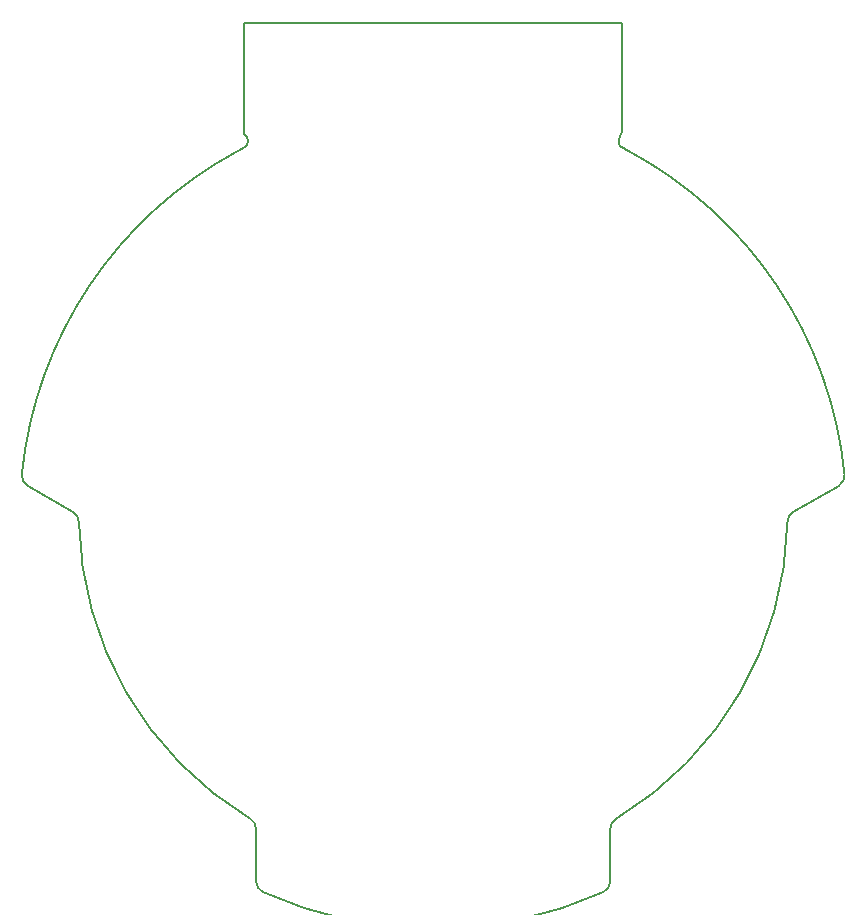
<source format=gbr>
%TF.GenerationSoftware,KiCad,Pcbnew,7.0.6*%
%TF.CreationDate,2024-01-27T00:31:10+01:00*%
%TF.ProjectId,amulet_controller,616d756c-6574-45f6-936f-6e74726f6c6c,1.0*%
%TF.SameCoordinates,PX6c3df60PY7735940*%
%TF.FileFunction,Profile,NP*%
%FSLAX46Y46*%
G04 Gerber Fmt 4.6, Leading zero omitted, Abs format (unit mm)*
G04 Created by KiCad (PCBNEW 7.0.6) date 2024-01-27 00:31:10*
%MOMM*%
%LPD*%
G01*
G04 APERTURE LIST*
%TA.AperFunction,Profile*%
%ADD10C,0.200000*%
%TD*%
G04 APERTURE END LIST*
D10*
X18472620Y65851683D02*
G75*
G03*
X172501Y38466521I16527780J-30851783D01*
G01*
X49412152Y3104769D02*
G75*
G03*
X50000400Y4016029I-411652J911231D01*
G01*
X19036513Y66153764D02*
G75*
G03*
X19300398Y66594503I-236113J440736D01*
G01*
X20000403Y8448057D02*
G75*
G03*
X19516528Y9304571I-1000103J-57D01*
G01*
X50700405Y66594505D02*
G75*
G03*
X50964289Y66153766I499995J-5D01*
G01*
X20000428Y4016030D02*
G75*
G03*
X20588635Y3104741I999972J-30D01*
G01*
X50484274Y9304575D02*
G75*
G03*
X64995141Y34438134I-15483874J25695325D01*
G01*
X69333206Y37501465D02*
G75*
G03*
X69828296Y38466522I-500006J866035D01*
G01*
X19000400Y67255849D02*
X19036513Y67236500D01*
X65494960Y35285442D02*
G75*
G03*
X64995141Y34438134I500040J-866042D01*
G01*
X19036512Y66153766D02*
X18472621Y65851681D01*
X51000400Y76699897D02*
X19000398Y76699898D01*
X50850404Y67152833D02*
G75*
G03*
X50700400Y66795763I349896J-357033D01*
G01*
X50000400Y4016029D02*
X50000399Y8448060D01*
X20000400Y8448057D02*
X20000401Y4016030D01*
X50484282Y9304562D02*
G75*
G03*
X50000399Y8448060I516018J-856462D01*
G01*
X667584Y37501447D02*
X4505835Y35285434D01*
X5005658Y34438134D02*
G75*
G03*
X19516529Y9304572I29994742J561766D01*
G01*
X20588636Y3104742D02*
G75*
G03*
X49412165Y3104742I14411764J31895158D01*
G01*
X19300401Y66795764D02*
G75*
G03*
X19036513Y67236500I-500101J-64D01*
G01*
X19300400Y66795764D02*
X19300398Y66594503D01*
X50700400Y66594505D02*
X50700400Y66795763D01*
X51528178Y65851683D02*
X50964289Y66153765D01*
X65494965Y35285434D02*
X69333214Y37501451D01*
X69828298Y38466522D02*
G75*
G03*
X51528178Y65851683I-34827898J-3466622D01*
G01*
X51000401Y67509907D02*
X51000400Y76699897D01*
X5005649Y34438134D02*
G75*
G03*
X4505835Y35285433I-999849J-18734D01*
G01*
X172484Y38466523D02*
G75*
G03*
X667584Y37501448I995116J-99023D01*
G01*
X50850384Y67152853D02*
G75*
G03*
X51000401Y67509907I-349884J357047D01*
G01*
X19000398Y76699898D02*
X19000400Y67255849D01*
M02*

</source>
